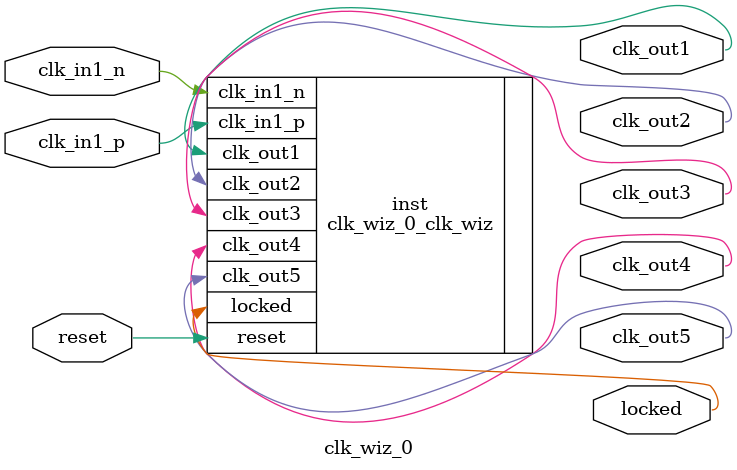
<source format=v>


`timescale 1ps/1ps

(* CORE_GENERATION_INFO = "clk_wiz_0,clk_wiz_v6_0_9_0_0,{component_name=clk_wiz_0,use_phase_alignment=false,use_min_o_jitter=false,use_max_i_jitter=false,use_dyn_phase_shift=false,use_inclk_switchover=false,use_dyn_reconfig=false,enable_axi=0,feedback_source=FDBK_AUTO,PRIMITIVE=MMCM,num_out_clk=5,clkin1_period=3.333,clkin2_period=10.0,use_power_down=false,use_reset=true,use_locked=true,use_inclk_stopped=false,feedback_type=SINGLE,CLOCK_MGR_TYPE=NA,manual_override=false}" *)

module clk_wiz_0 
 (
  // Clock out ports
  output        clk_out1,
  output        clk_out2,
  output        clk_out3,
  output        clk_out4,
  output        clk_out5,
  // Status and control signals
  input         reset,
  output        locked,
 // Clock in ports
  input         clk_in1_p,
  input         clk_in1_n
 );

  clk_wiz_0_clk_wiz inst
  (
  // Clock out ports  
  .clk_out1(clk_out1),
  .clk_out2(clk_out2),
  .clk_out3(clk_out3),
  .clk_out4(clk_out4),
  .clk_out5(clk_out5),
  // Status and control signals               
  .reset(reset), 
  .locked(locked),
 // Clock in ports
  .clk_in1_p(clk_in1_p),
  .clk_in1_n(clk_in1_n)
  );

endmodule

</source>
